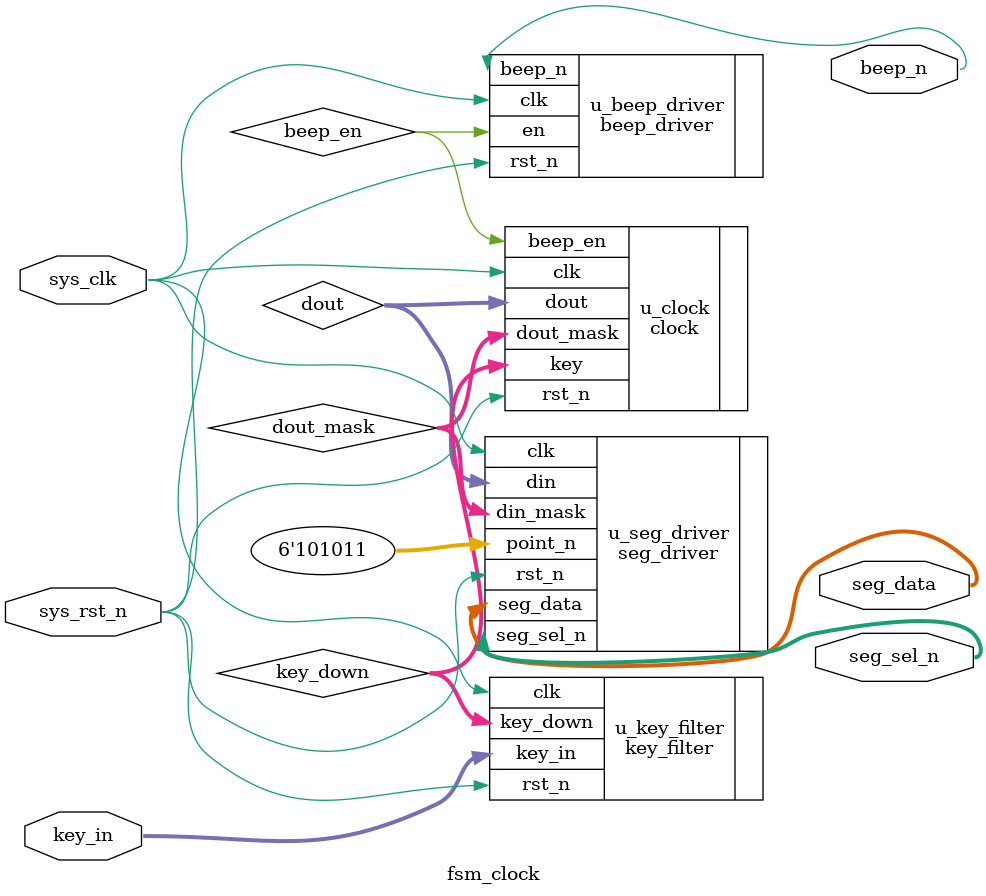
<source format=v>
module fsm_clock #(parameter KEY_WIDTH = 3) (
input                       sys_clk     ,
input                       sys_rst_n   ,
input   [KEY_WIDTH-1:0]     key_in  	 ,
output  [5:0]               seg_sel_n     ,
output  [7:0]               seg_data     ,
output                      beep_n 
);
    

//信号定义
wire    [KEY_WIDTH-1:0]     key_down    ;
wire    [23:0]              dout        ;
wire    [5:0]               dout_mask   ;
wire                        buzzer_en   ;

key_filter #(.KEY_W(KEY_WIDTH)) 
u_key_filter(
.clk        (sys_clk  ),
.rst_n      (sys_rst_n),
.key_in     (key_in   ), //按键信号输入
.key_down   (key_down ) //输出消抖之后的检测结果
);


clock #(
    .TIME_1S (5000_0000/10     ),
    .CURRENT_TIME (24'h10_23_56),
    .ALARM_TIME   (24'h10_25_34)
) 
u_clock(  //计时
.clk            (sys_clk        ),
.rst_n          (sys_rst_n      ),
.key            (key_down   ),
.dout           (dout       ),
.dout_mask      (dout_mask  ),
.beep_en        (beep_en  )
);

seg_driver u_seg_driver(
.clk        (sys_clk    ),
.rst_n      (sys_rst_n  ),
.din        (dout       ),
.din_mask   (dout_mask  ),
.point_n    (6'b101011  ) ,
.seg_data   (seg_data   ),//片选信号
.seg_sel_n  (seg_sel_n  ) //段选信号
);

beep_driver #(.TIME_DELAY(2500_0000)) u_beep_driver(
.clk        (sys_clk    ),
.rst_n      (sys_rst_n  ),
.en         (beep_en    ),
.beep_n     (beep_n     )
);

endmodule
</source>
